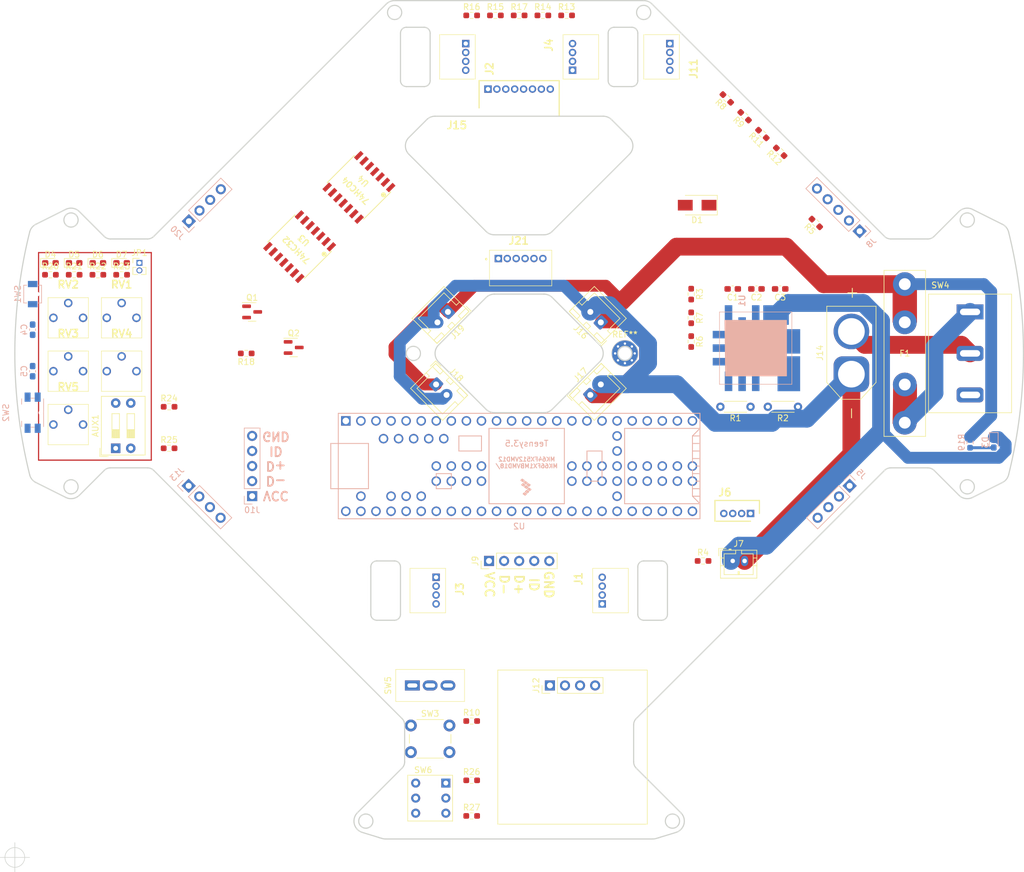
<source format=kicad_pcb>
(kicad_pcb (version 20211014) (generator pcbnew)
  (layers (0 "F.Cu" signal) (31 "B.Cu" signal) (34 "B.Paste" user) (35 "F.Paste" user) (36 "B.SilkS" user "B.Silkscreen") (37 "F.SilkS" user "F.Silkscreen") (38 "B.Mask" user) (39 "F.Mask" user) (44 "Edge.Cuts" user))
  (net 0 "")
  (net 1 "GND")
  (net 2 "/AUX1/3")
  (net 3 "/AUX1/4")
  (net 4 "Net-(C5-Pad2)")
  (net 5 "Net-(D1-Pad1)")
  (net 6 "+5V")
  (net 7 "Net-(D2-Pad2)")
  (net 8 "Net-(D6-Pad2)")
  (net 9 "Net-(D7-Pad2)")
  (net 10 "Net-(D3-Pad2)")
  (net 11 "Net-(D4-Pad1)")
  (net 12 "Net-(D4-Pad2)")
  (net 13 "+15V")
  (net 14 "Net-(F1-Pad2)")
  (net 15 "Net-(J1-Pad2)")
  (net 16 "Net-(J3-Pad1)")
  (net 17 "Net-(D5-Pad2)")
  (net 18 "Net-(J6-Pad1)")
  (net 19 "Net-(J1-Pad1)")
  (net 20 "Net-(J1-Pad4)")
  (net 21 "Net-(J2-Pad2)")
  (net 22 "Net-(J2-Pad4)")
  (net 23 "Net-(J3-Pad2)")
  (net 24 "Net-(J8-Pad1)")
  (net 25 "Net-(J8-Pad2)")
  (net 26 "Net-(J8-Pad4)")
  (net 27 "Net-(J3-Pad4)")
  (net 28 "Net-(J4-Pad1)")
  (net 29 "Net-(J4-Pad2)")
  (net 30 "Net-(J10-Pad1)")
  (net 31 "Net-(J10-Pad3)")
  (net 32 "Net-(J11-Pad1)")
  (net 33 "Net-(J4-Pad4)")
  (net 34 "Net-(J11-Pad3)")
  (net 35 "Net-(J5-Pad1)")
  (net 36 "Net-(J5-Pad3)")
  (net 37 "+3V3")
  (net 38 "Net-(J6-Pad3)")
  (net 39 "Net-(J10-Pad2)")
  (net 40 "Net-(J13-Pad1)")
  (net 41 "Net-(J13-Pad3)")
  (net 42 "Net-(J10-Pad4)")
  (net 43 "Net-(J10-Pad5)")
  (net 44 "Net-(J14-Pad2)")
  (net 45 "Net-(J15-Pad1)")
  (net 46 "Net-(J15-Pad2)")
  (net 47 "Net-(J15-Pad3)")
  (net 48 "Net-(J15-Pad5)")
  (net 49 "Net-(J15-Pad6)")
  (net 50 "Net-(J21-Pad1)")
  (net 51 "Net-(J21-Pad2)")
  (net 52 "Net-(J21-Pad3)")
  (net 53 "Net-(Q1-Pad1)")
  (net 54 "Net-(J21-Pad4)")
  (net 55 "Net-(J21-Pad5)")
  (net 56 "Net-(J21-Pad6)")
  (net 57 "PROG")
  (net 58 "/Switch/SW_GOAL")
  (net 59 "Net-(R1-Pad1)")
  (net 60 "/Switch/SW_START")
  (net 61 "Net-(R1-Pad2)")
  (net 67 "Net-(R4-Pad1)")
  (net 68 "Net-(R5-Pad1)")
  (net 69 "Net-(R13-Pad1)")
  (net 70 "Net-(R14-Pad1)")
  (net 71 "Net-(R16-Pad1)")
  (net 72 "Net-(R17-Pad1)")
  (net 73 "Net-(J15-Pad4)")
  (net 74 "Net-(R26-Pad2)")
  (net 79 "Net-(R15-Pad1)")
  (net 82 "Net-(U2-Pad16)")
  (net 83 "Net-(U2-Pad17)")
  (net 84 "Net-(U2-Pad18)")
  (net 85 "Net-(U2-Pad19)")
  (net 86 "Net-(U2-Pad20)")
  (net 87 "Net-(U2-Pad21)")
  (net 88 "Vbatt")
  (net 97 "/Switch/SW_led_R")
  (net 98 "/Switch/SW_led_G")
  (net 99 "/LED/LED4")
  (net 100 "/LED/LED3")
  (net 101 "/LED/LED2")
  (net 102 "/LED/LED1")
  (net 119 "Net-(U3-Pad11)")
  (net 120 "Net-(U3-Pad12)")
  (net 121 "Net-(J2-Pad1)")
  (net 122 "Net-(U3-Pad13)")
  (net 124 "Net-(Q1-Pad3)")
  (net 125 "Net-(R27-Pad2)")
  (footprint "Resistor_SMD:R_0603_1608Metric_Pad0.98x0.95mm_HandSolder" (layer "F.Cu") (at 64 76.735)
    (fp_text reference "R22")
    (fp_text value "120")
  )
  (footprint "0.main.robot:LED_SMLE13WBC8W1" (layer "F.Cu") (at 60 74.735)
    (fp_text reference "D5")
    (fp_text value "LED2_G")
  )
  (footprint "Package_TO_SOT_SMD:SOT-23" (layer "F.Cu") (at 90 83)
    (fp_text reference "Q1")
    (fp_text value "AO3400A")
  )
  (footprint "Resistor_THT:R_Axial_DIN0204_L3.6mm_D1.6mm_P5.08mm_Horizontal" (layer "F.Cu") (at 182 99 180)
    (fp_text reference "R2")
    (fp_text value "330")
  )
  (footprint "Diode_SMD:D_SMA" (layer "F.Cu") (at 165 65 180)
    (fp_text reference "D1")
    (fp_text value "SX34F")
  )
  (footprint "0.main.robot:JSTS8B-ZRLFSN" (layer "F.Cu") (at 129.75 48.6)
    (fp_text reference "J15")
    (fp_text value "LINE" hide)
  )
  (footprint "0.main.robot:OLED" (layer "F.Cu") (at 144 146)
    (fp_text reference "J12")
    (fp_text value "I2C_OLED")
  )
  (footprint "0.main.robot:LED_SMLE13WBC8W1" (layer "F.Cu") (at 56 74.735)
    (fp_text reference "D4")
    (fp_text value "LED1_R")
  )
  (footprint "Button_Switch_THT:SW_DIP_SPSTx02_Slide_9.78x7.26mm_W7.62mm_P2.54mm" (layer "F.Cu") (at 67 106 90)
    (fp_text reference "AUX1")
    (fp_text value "SW_DIP_x02")
  )
  (footprint "Resistor_SMD:R_0603_1608Metric_Pad0.98x0.95mm_HandSolder" (layer "F.Cu") (at 76 99)
    (fp_text reference "R24")
    (fp_text value "47k")
  )
  (footprint "Package_TO_SOT_SMD:SOT-23" (layer "F.Cu") (at 97 89)
    (fp_text reference "Q2")
    (fp_text value "AO3401A")
  )
  (footprint "Resistor_SMD:R_0603_1608Metric_Pad0.98x0.95mm_HandSolder" (layer "F.Cu") (at 164 88 -90)
    (fp_text reference "R6")
    (fp_text value "47k")
  )
  (footprint "Resistor_SMD:R_0603_1608Metric_Pad0.98x0.95mm_HandSolder" (layer "F.Cu") (at 76 106)
    (fp_text reference "R25")
    (fp_text value "47k")
  )
  (footprint "Resistor_SMD:R_0603_1608Metric_Pad0.98x0.95mm_HandSolder" (layer "F.Cu") (at 131 33)
    (fp_text reference "R15")
    (fp_text value "10k")
  )
  (footprint "Resistor_SMD:R_0603_1608Metric_Pad0.98x0.95mm_HandSolder" (layer "F.Cu") (at 173 50 135)
    (fp_text reference "R9")
    (fp_text value "47k")
  )
  (footprint "0.main.robot:MFS101D-14-Z" (layer "F.Cu") (at 120 146 90)
    (fp_text reference "SW5")
    (fp_text value "GOAL")
  )
  (footprint "0.main.robot:Trim-GF063P" (layer "F.Cu") (at 59 84)
    (fp_text reference "RV2")
    (fp_text value "20K" hide)
  )
  (footprint "Resistor_SMD:R_0603_1608Metric_Pad0.98x0.95mm_HandSolder" (layer "F.Cu") (at 176 53 135)
    (fp_text reference "R11")
    (fp_text value "10k")
  )
  (footprint "Resistor_SMD:R_0603_1608Metric_Pad0.98x0.95mm_HandSolder" (layer "F.Cu") (at 127 162)
    (fp_text reference "R26")
    (fp_text value "470")
  )
  (footprint "Connector_JST:JST_XH_B2B-XH-A_1x02_P2.50mm_Vertical" (layer "F.Cu") (at 121 95.2322 -45)
    (fp_text reference "J18")
    (fp_text value "MD3")
  )
  (footprint "Capacitor_SMD:C_0603_1608Metric_Pad1.08x0.95mm_HandSolder" (layer "F.Cu") (at 175 79.125 180)
    (fp_text reference "C2")
    (fp_text value "10u")
  )
  (footprint "Connector_JST:JST_XH_B2B-XH-A_1x02_P2.50mm_Vertical" (layer "F.Cu") (at 147 97 45)
    (fp_text reference "J17")
    (fp_text value "MD2")
  )
  (footprint "Connector_JST:JST_XH_B2B-XH-A_1x02_P2.50mm_Vertical" (layer "F.Cu") (at 123 83 -135)
    (fp_text reference "J19")
    (fp_text value "MD4")
  )
  (footprint "0.main.robot:JSTB4B-ZR" (layer "F.Cu") (at 174 117)
    (fp_text reference "J6")
    (fp_text value "Serial3/Vision" hide)
  )
  (footprint "0.main.robot:SOP14W" (layer "F.Cu") (at 98 72 135)
    (fp_text reference "U3")
    (fp_text value "74HC32")
  )
  (footprint "0.main.robot:FUSE_20mm" (layer "F.Cu") (at 200 90)
    (fp_text reference "F1")
    (fp_text value "Fuse 15A")
  )
  (footprint "Connector_PinHeader_1.27mm:PinHeader_1x02_P1.27mm_Vertical" (layer "F.Cu") (at 71 74.735)
    (fp_text reference "JP1")
    (fp_text value "Jumper_2_Bridged")
  )
  (footprint "Connector_JST:JST_PH_B2B-PH-K_1x02_P2.00mm_Vertical" (layer "F.Cu") (at 171 125)
    (fp_text reference "J7")
    (fp_text value "raspi-power")
  )
  (footprint "Resistor_SMD:R_0603_1608Metric_Pad0.98x0.95mm_HandSolder" (layer "F.Cu") (at 127 152)
    (fp_text reference "R10")
    (fp_text value "47k")
  )
  (footprint "0.main.robot:SW_SPST_POWER" (layer "F.Cu") (at 211 90)
    (fp_text reference "SW4")
    (fp_text value "SW_SPST")
  )
  (footprint "0.main.robot:JSTS4B-ZRLFSN" (layer "F.Cu") (at 126 40 -90)
    (fp_text reference "J2")
    (fp_text value "MD4" hide)
  )
  (footprint "Capacitor_SMD:C_0603_1608Metric_Pad1.08x0.95mm_HandSolder" (layer "F.Cu") (at 171 79.125 180)
    (fp_text reference "C1")
    (fp_text value "10u")
  )
  (footprint "0.main.robot:Trim-GF063P" (layer "F.Cu") (at 68 93)
    (fp_text reference "RV4")
    (fp_text value "20K" hide)
  )
  (footprint "Resistor_SMD:R_0603_1608Metric_Pad0.98x0.95mm_HandSolder" (layer "F.Cu") (at 179 56 135)
    (fp_text reference "R12")
    (fp_text value "10k")
  )
  (footprint "0.main.robot:LED_SMLE13WBC8W1" (layer "F.Cu") (at 175 89.125 90)
    (fp_text reference "D2")
    (fp_text value "LED")
  )
  (footprint "Resistor_SMD:R_0603_1608Metric_Pad0.98x0.95mm_HandSolder" (layer "F.Cu") (at 127 168)
    (fp_text reference "R27")
    (fp_text value "470")
  )
  (footprint "Resistor_THT:R_Axial_DIN0204_L3.6mm_D1.6mm_P5.08mm_Horizontal" (layer "F.Cu") (at 174 99 180)
    (fp_text reference "R1")
    (fp_text value "1k")
  )
  (footprint "Button_Switch_THT:SW_PUSH_6mm" (layer "F.Cu") (at 116.75 152.75)
    (fp_text reference "SW3")
    (fp_text value "SET")
  )
  (footprint "0.main.robot:AMASS_XT60-M_1x02_P7.20mm_Vertical" (layer "F.Cu") (at 191 93.5 90)
    (fp_text reference "J14")
    (fp_text value "Power IN")
  )
  (footprint "0.main.robot:SOP14W" (layer "F.Cu") (at 108 62 135)
    (fp_text reference "U4")
    (fp_text value "74HC04")
  )
  (footprint "0.main.robot:JSTS4B-ZRLFSN" (layer "F.Cu") (at 121 130 -90)
    (fp_text reference "J3")
    (fp_text value "MD3" hide)
  )
  (footprint "0.main.robot:LED_SMLE13WBC8W1" (layer "F.Cu") (at 68 74.735)
    (fp_text reference "D7")
    (fp_text value "LED4_B")
  )
  (footprint "0.main.robot:LED_SMLE13WBC8W1" (layer "F.Cu") (at 64 74.735)
    (fp_text reference "D6")
    (fp_text value "LED3_Y")
  )
  (footprint "Resistor_SMD:R_0603_1608Metric_Pad0.98x0.95mm_HandSolder" (layer "F.Cu") (at 185 68 135)
    (fp_text reference "R5")
    (fp_text value "10k")
  )
  (footprint "Resistor_SMD:R_0603_1608Metric_Pad0.98x0.95mm_HandSolder" (layer "F.Cu") (at 56 76.735)
    (fp_text reference "R20")
    (fp_text value "120")
  )
  (footprint "0.main.robot:Trim-GF063P" (layer "F.Cu") (at 68 84)
    (fp_text reference "RV1")
    (fp_text value "20K" hide)
  )
  (footprint "0.main.robot:Trim-GF063P" (layer "F.Cu") (at 59 93)
    (fp_text reference "RV3")
    (fp_text value "20K" hide)
  )
  (footprint "MountingHole:MountingHole_2.2mm_M2_Pad_Via" (layer "F.Cu") (at 152.83 90)
    (fp_text reference "REF**")
    (fp_text value "MountingHole_2.2mm_M2_Pad_Via")
  )
  (footprint "Connector_PinHeader_2.54mm:PinHeader_1x05_P2.54mm_Vertical" (layer "F.Cu") (at 129.925 125 90)
    (fp_text reference "J9")
    (fp_text value "micro-b_out")
  )
  (footprint "Resistor_SMD:R_0603_1608Metric_Pad0.98x0.95mm_HandSolder" (layer "F.Cu") (at 164 84 -90)
    (fp_text reference "R7")
    (fp_text value "10k")
  )
  (footprint "0.main.robot:SW_NKK_B-12CCPRM" (layer "F.Cu") (at 117.565 162.46)
    (fp_text reference "SW6")
    (fp_text value "START")
  )
  (footprint "Resistor_SMD:R_0603_1608Metric_Pad0.98x0.95mm_HandSolder" (layer "F.Cu") (at 143 33)
    (fp_text reference "R13")
    (fp_text value "10k")
  )
  (footprint "Resistor_SMD:R_0603_1608Metric_Pad0.98x0.95mm_HandSolder" (layer "F.Cu") (at 139 33)
    (fp_text reference "R14")
    (fp_text value "10k")
  )
  (footprint "Resistor_SMD:R_0603_1608Metric_Pad0.98x0.95mm_HandSolder" (layer "F.Cu") (at 127 33)
    (fp_text reference "R16")
    (fp_text value "10k")
  )
  (footprint "Resistor_SMD:R_0603_1608Metric_Pad0.98x0.95mm_HandSolder" (layer "F.Cu") (at 166 125)
    (fp_text reference "R4")
    (fp_text value "10k")
  )
  (footprint "Resistor_SMD:R_0603_1608Metric_Pad0.98x0.95mm_HandSolder" (layer "F.Cu") (at 89 90 180)
    (fp_text reference "R18")
    (fp_text value "10k")
  )
  (footprint "Connector_JST:JST_XH_B2B-XH-A_1x02_P2.50mm_Vertical" (layer "F.Cu") (at 148.767767 84.767767 135)
    (fp_text reference "J16")
    (fp_text value "MD1")
  )
  (footprint "0.main.robot:Trim-GF063P" (layer "F.Cu") (at 59 102)
    (fp_text reference "RV5")
    (fp_text value "20K" hide)
  )
  (footprint "Resistor_SMD:R_0603_1608Metric_Pad0.98x0.95mm_HandSolder" (layer "F.Cu") (at 170 47 135)
    (fp_text reference "R8")
    (fp_text value "47k")
  )
  (footprint "0.main.robot:JSTS4B-ZRLFSN" (layer "F.Cu") (at 160.4 40 -90)
    (fp_text reference "J11")
    (fp_text value "I2C_ToF" hide)
  )
  (footprint "Resistor_SMD:R_0603_1608Metric_Pad0.98x0.95mm_HandSolder" (layer "F.Cu") (at 135 33)
    (fp_text reference "R17")
    (fp_text value "10k")
  )
  (footprint "Capacitor_SMD:C_0603_1608Metric_Pad1.08x0.95mm_HandSolder" (layer "F.Cu") (at 179 79.125 180)
    (fp_text reference "C3")
    (fp_text value "10u")
  )
  (footprint "0.main.robot:JSTS4B-ZRLFSN" (layer "F.Cu") (at 144 40 90)
    (fp_text reference "J4")
    (fp_text value "MD1" hide)
  )
  (footprint "0.main.robot:JSTS6B-ZRLFSN" (layer "F.Cu") (at 131.5 74)
    (fp_text reference "J21")
    (fp_text value "Trimmer" hide)
  )
  (footprint "Resistor_SMD:R_0603_1608Metric_Pad0.98x0.95mm_HandSolder" (layer "F.Cu") (at 164 80 -90)
    (fp_text reference "R3")
    (fp_text value "470")
  )
  (footprint "Resistor_SMD:R_0603_1608Metric_Pad0.98x0.95mm_HandSolder" (layer "F.Cu") (at 60 76.735)
    (fp_text reference "R21")
    (fp_text value "120")
  )
  (footprint "Resistor_SMD:R_0603_1608Metric_Pad0.98x0.95mm_HandSolder" (layer "F.Cu") (at 68 76.735)
    (fp_text reference "R23")
    (fp_text value "120")
  )
  (footprint "0.main.robot:JSTS4B-ZRLFSN" (layer "F.Cu") (at 149 130 90)
    (fp_text reference "J1")
    (fp_text value "MD2" hide)
  )
  (footprint "Connector_PinSocket_2.54mm:PinSocket_1x04_P2.54mm_Vertical" (layer "B.Cu") (at 79.2953 112.3307 -135)
    (fp_text reference "J13")
    (fp_text value "drib-kick")
  )
  (footprint "Capacitor_SMD:C_0603_1608Metric_Pad1.08x0.95mm_HandSolder" (layer "B.Cu") (at 53 86 -90)
    (fp_text reference "C4")
    (fp_text value "0.1u")
  )
  (footprint "Capacitor_SMD:C_0603_1608Metric_Pad1.08x0.95mm_HandSolder" (layer "B.Cu") (at 53 93 -90)
    (fp_text reference "C5")
    (fp_text value "0.1u")
  )
  (footprint "Connector_PinHeader_2.54mm:PinHeader_1x05_P2.54mm_Vertical" (layer "B.Cu") (at 90 114.075)
    (fp_text reference "J10")
    (fp_text value "micro-b_in")
  )
  (footprint "0.main.robot:THAU13-AB-R" (layer "B.Cu") (at 53 100 -90)
    (fp_text reference "SW2")
    (fp_text value "Reset")
  )
  (footprint "0.main.robot:Teensy35_36_x" (layer "B.Cu") (at 135 109)
    (fp_text reference "U2")
    (fp_text value "Teensy3.5")
  )
  (footprint "Resistor_SMD:R_0603_1608Metric_Pad0.98x0.95mm_HandSolder" (layer "B.Cu") (at 211 105 -90)
    (fp_text reference "R19")
    (fp_text value "3k")
  )
  (footprint "0.main.robot:TVAF06-A020B-R" (layer "B.Cu") (at 53 80 -90)
    (fp_text reference "SW1")
    (fp_text value "PROG")
  )
  (footprint "Connector_PinSocket_2.54mm:PinSocket_1x04_P2.54mm_Vertical" (layer "B.Cu") (at 190.7047 112.3307 135)
    (fp_text reference "J5")
    (fp_text value "XBee")
  )
  (footprint "Connector_PinSocket_2.54mm:PinSocket_1x05_P2.54mm_Vertical" (layer "B.Cu") (at 192.3882 69.3882 45)
    (fp_text reference "J8")
    (fp_text value "Serial2/IMU")
  )
  (footprint "0.main.robot:LED_SMLE13WBC8W1" (layer "B.Cu") (at 215 105 -90)
    (fp_text reference "D3")
    (fp_text value "LED")
  )
  (footprint "Connector_PinSocket_2.54mm:PinSocket_1x04_P2.54mm_Vertical" (layer "B.Cu") (at 79.3307 67.7047 -45)
    (fp_text reference "J20")
    (fp_text value "Drib-Kick")
  )
  (footprint "0.main.robot:OKL-T3-W12N-C" (layer "B.Cu") (at 168.773 83.018 90)
    (fp_text reference "U1")
    (fp_text value "OKL-T_3-W12N-C" hide)
  )
  (gr_line (start 54 73) (end 73 73) (layer "F.Cu") (width 0.2))
  (gr_line (start 73 73) (end 73 108) (layer "F.Cu") (width 0.2))
  (gr_line (start 54 108) (end 54 73) (layer "F.Cu") (width 0.2))
  (gr_line (start 73 108) (end 54 108) (layer "F.Cu") (width 0.2))
  (gr_arc (start 204.942913 70.26167) (mid 204.456278 70.58683) (end 203.882252 70.701011) (layer "Edge.Cuts") (width 0.2))
  (gr_line (start 153.585788 53.585786) (end 150.585788 50.585786) (layer "Edge.Cuts") (width 0.2))
  (gr_arc (start 211.425723 114.287139) (mid 210.210932 114.47246) (end 209.117083 113.912499) (layer "Edge.Cuts") (width 0.2))
  (gr_line (start 111.232935 171.596663) (end 108.535674 170.775239) (layer "Edge.Cuts") (width 0.2))
  (gr_line (start 110.000001 126.000001) (end 110.000001 134.000001) (layer "Edge.Cuts") (width 0.2))
  (gr_line (start 188.930719 62.613437) (end 196.578952 70.26167) (layer "Edge.Cuts") (width 0.2))
  (gr_line (start 162.386564 143.930717) (end 154.738331 151.57895) (layer "Edge.Cuts") (width 0.2))
  (gr_line (start 53.547495 68.226252) (end 58.57428 65.71286) (layer "Edge.Cuts") (width 0.2))
  (gr_line (start 60.88292 66.087501) (end 65.05709 70.26167) (layer "Edge.Cuts") (width 0.2))
  (gr_line (start 116.414214 56.414213) (end 129.414214 69.414213) (layer "Edge.Cuts") (width 0.2))
  (gr_arc (start 153.585788 53.585786) (mid 154.171574 55) (end 153.585788 56.414213) (layer "Edge.Cuts") (width 0.2))
  (gr_arc (start 119.414214 50.585786) (mid 120.063061 50.15224) (end 120.828428 49.999999) (layer "Edge.Cuts") (width 0.2))
  (gr_arc (start 140.585788 69.414213) (mid 139.936941 69.847759) (end 139.171574 70) (layer "Edge.Cuts") (width 0.2))
  (gr_arc (start 112.596937 31.085786) (mid 113.245783 30.65224) (end 114.01115 30.499999) (layer "Edge.Cuts") (width 0.2))
  (gr_arc (start 66.117751 70.70101) (mid 65.543726 70.586829) (end 65.05709 70.26167) (layer "Edge.Cuts") (width 0.2))
  (gr_line (start 157.403066 31.085786) (end 162.386563 36.069283) (layer "Edge.Cuts") (width 0.2))
  (gr_arc (start 58.57428 65.71286) (mid 59.789071 65.52754) (end 60.88292 66.087501) (layer "Edge.Cuts") (width 0.2))
  (gr_line (start 154.298991 152.63961) (end 154.298991 158.88225) (layer "Edge.Cuts") (width 0.2))
  (gr_line (start 160.000001 134.000001) (end 160.000001 126.000001) (layer "Edge.Cuts") (width 0.2))
  (gr_line (start 66.117751 70.70101) (end 72.360391 70.70101) (layer "Edge.Cuts") (width 0.2))
  (gr_arc (start 154.738331 159.942911) (mid 154.413172 159.456276) (end 154.298991 158.88225) (layer "Edge.Cuts") (width 0.2))
  (gr_arc (start 120.000001 43.999999) (mid 119.707108 44.707106) (end 119.000001 44.999999) (layer "Edge.Cuts") (width 0.2))
  (gr_circle (center 109.158364 168.874645) (end 110.358364 168.874645) (layer "Edge.Cuts") (width 0.2) (fill none))
  (gr_line (start 148.585788 88.585786) (end 140.585788 80.585786) (layer "Edge.Cuts") (width 0.2))
  (gr_arc (start 155.000001 43.999999) (mid 154.707108 44.707106) (end 154.000001 44.999999) (layer "Edge.Cuts") (width 0.2))
  (gr_arc (start 121.414214 91.414214) (mid 120.828428 90) (end 121.414214 88.585786) (layer "Edge.Cuts") (width 0.2))
  (gr_line (start 72.360391 109.298989) (end 66.117751 109.298989) (layer "Edge.Cuts") (width 0.2))
  (gr_circle (center 155.988852 32.499999) (end 157.188852 32.499999) (layer "Edge.Cuts") (width 0.2) (fill none))
  (gr_line (start 155.000001 126.000001) (end 155.000001 134.000001) (layer "Edge.Cuts") (width 0.2))
  (gr_arc (start 156.000001 135.000001) (mid 155.292895 134.707107) (end 155.000001 134.000001) (layer "Edge.Cuts") (width 0.2))
  (gr_circle (center 59.468707 67.501714) (end 60.668707 67.501714) (layer "Edge.Cuts") (width 0.2) (fill none))
  (gr_line (start 115.000001 134.000001) (end 115.000001 126.000001) (layer "Edge.Cuts") (width 0.2))
  (gr_arc (start 217.499238 110.466457) (mid 217.119293 111.234938) (end 216.452507 111.773748) (layer "Edge.Cuts") (width 0.2))
  (gr_line (start 162.386563 36.069283) (end 188.930719 62.613437) (layer "Edge.Cuts") (width 0.2))
  (gr_line (start 58.57428 114.28714) (end 53.547495 111.773748) (layer "Edge.Cuts") (width 0.2))
  (gr_line (start 129.414214 80.585786) (end 121.414214 88.585786) (layer "Edge.Cuts") (width 0.2))
  (gr_line (start 111.949187 171.814791) (end 111.445784 171.671285) (layer "Edge.Cuts") (width 0.2))
  (gr_circle (center 114.01115 32.499999) (end 115.21115 32.499999) (layer "Edge.Cuts") (width 0.2) (fill none))
  (gr_line (start 81.069284 62.613438) (end 107.613439 36.069283) (layer "Edge.Cuts") (width 0.2))
  (gr_line (start 114.000001 125.000001) (end 111.000001 125.000001) (layer "Edge.Cuts") (width 0.2))
  (gr_line (start 114.01115 30.499999) (end 155.988852 30.499999) (layer "Edge.Cuts") (width 0.2))
  (gr_line (start 107.61344 143.930717) (end 81.069284 117.386562) (layer "Edge.Cuts") (width 0.2))
  (gr_arc (start 111.000001 135.000001) (mid 110.292895 134.707107) (end 110.000001 134.000001) (layer "Edge.Cuts") (width 0.2))
  (gr_line (start 154.738331 159.942911) (end 162.255852 167.460432) (layer "Edge.Cuts") (width 0.2))
  (gr_line (start 204.942913 70.26167) (end 209.117082 66.0875) (layer "Edge.Cuts") (width 0.2))
  (gr_arc (start 130.828428 100) (mid 130.063061 99.847759) (end 129.414214 99.414214) (layer "Edge.Cuts") (width 0.2))
  (gr_arc (start 154.000001 34.999999) (mid 154.707108 35.292892) (end 155.000001 35.999999) (layer "Edge.Cuts") (width 0.2))
  (gr_circle (center 117.171574 90) (end 118.371574 90) (layer "Edge.Cuts") (width 0.2) (fill none))
  (gr_arc (start 217.499238 69.533543) (mid 220.000001 90) (end 217.499238 110.466457) (layer "Edge.Cuts") (width 0.2))
  (gr_line (start 209.117083 113.912499) (end 204.942913 109.73833) (layer "Edge.Cuts") (width 0.2))
  (gr_arc (start 115.000001 134.000001) (mid 114.707107 134.707107) (end 114.000001 135.000001) (layer "Edge.Cuts") (width 0.2))
  (gr_line (start 121.414214 91.414214) (end 129.414214 99.414214) (layer "Edge.Cuts") (width 0.2))
  (gr_line (start 115.000001 35.999999) (end 115.000001 43.999999) (layer "Edge.Cuts") (width 0.2))
  (gr_arc (start 112.491559 171.889737) (mid 112.217796 171.870912) (end 111.949187 171.814791) (layer "Edge.Cuts") (width 0.2))
  (gr_arc (start 154.298991 152.63961) (mid 154.413172 152.065585) (end 154.738331 151.57895) (layer "Edge.Cuts") (width 0.2))
  (gr_line (start 157.508443 171.889737) (end 112.491559 171.889737) (layer "Edge.Cuts") (width 0.2))
  (gr_arc (start 115.000001 35.999999) (mid 115.292894 35.292892) (end 116.000001 34.999999) (layer "Edge.Cuts") (width 0.2))
  (gr_arc (start 196.578952 109.738329) (mid 197.065587 109.41317) (end 197.639612 109.298989) (layer "Edge.Cuts") (width 0.2))
  (gr_arc (start 116.414214 56.414213) (mid 115.828428 55) (end 116.414214 53.585786) (layer "Edge.Cuts") (width 0.2))
  (gr_arc (start 197.639612 70.70101) (mid 197.065587 70.586829) (end 196.578952 70.26167) (layer "Edge.Cuts") (width 0.2))
  (gr_arc (start 60.882921 113.912499) (mid 59.789072 114.472461) (end 58.57428 114.28714) (layer "Edge.Cuts") (width 0.2))
  (gr_arc (start 149.171574 49.999999) (mid 149.936941 50.15224) (end 150.585788 50.585786) (layer "Edge.Cuts") (width 0.2))
  (gr_arc (start 110.000001 126.000001) (mid 110.292894 125.292894) (end 111.000001 125.000001) (layer "Edge.Cuts") (width 0.2))
  (gr_arc (start 52.500764 69.533543) (mid 52.880709 68.765062) (end 53.547495 68.226252) (layer "Edge.Cuts") (width 0.2))
  (gr_arc (start 140.585788 99.414214) (mid 139.936941 99.847759) (end 139.171574 100) (layer "Edge.Cuts") (width 0.2))
  (gr_arc (start 53.547495 111.773748) (mid 52.880709 111.234938) (end 52.500764 110.466457) (layer "Edge.Cuts") (width 0.2))
  (gr_arc (start 160.000001 134.000001) (mid 159.707107 134.707107) (end 159.000001 135.000001) (layer "Edge.Cuts") (width 0.2))
  (gr_circle (center 152.828428 90) (end 150.6 90) (layer "Edge.Cuts") (width 0.1) (fill none))
  (gr_arc (start 151.000001 44.999999) (mid 150.292894 44.707106) (end 150.000001 43.999999) (layer "Edge.Cuts") (width 0.2))
  (gr_arc (start 158.050815 171.814791) (mid 157.782206 171.870912) (end 157.508443 171.889737) (layer "Edge.Cuts") (width 0.2))
  (gr_arc (start 158.767064 171.596664) (mid 158.661694 171.636977) (end 158.554218 171.671285) (layer "Edge.Cuts") (width 0.2))
  (gr_arc (start 162.255852 167.460432) (mid 162.786948 169.339154) (end 161.464329 170.775238) (layer "Edge.Cuts") (width 0.2))
  (gr_arc (start 129.414214 80.585786) (mid 130.063061 80.152241) (end 130.828428 80) (layer "Edge.Cuts") (width 0.2))
  (gr_arc (start 72.360391 109.298989) (mid 72.934416 109.41317) (end 73.421051 109.738329) (layer "Edge.Cuts") (width 0.2))
  (gr_arc (start 209.117082 66.0875) (mid 210.210932 65.527539) (end 211.425724 65.712859) (layer "Edge.Cuts") (width 0.2))
  (gr_line (start 140.585788 69.414213) (end 153.585788 56.414213) (layer "Edge.Cuts") (width 0.2))
  (gr_line (start 156.000001 135.000001) (end 159.000001 135.000001) (layer "Edge.Cuts") (width 0.2))
  (gr_line (start 107.613439 36.069283) (end 112.596937 31.085786) (layer "Edge.Cuts") (width 0.2))
  (gr_circle (center 160.841639 168.874645) (end 162.041639 168.874645) (layer "Edge.Cuts") (width 0.2) (fill none))
  (gr_line (start 139.171574 80) (end 130.828428 80) (layer "Edge.Cuts") (width 0.2))
  (gr_arc (start 115.261672 151.57895) (mid 115.586831 152.065585) (end 115.701012 152.63961) (layer "Edge.Cuts") (width 0.2))
  (gr_line (start 111.000001 135.000001) (end 114.000001 135.000001) (layer "Edge.Cuts") (width 0.2))
  (gr_line (start 196.578952 109.738329) (end 188.930719 117.386561) (layer "Edge.Cuts") (width 0.2))
  (gr_arc (start 108.535674 170.775239) (mid 107.213054 169.339155) (end 107.74415 167.460432) (layer "Edge.Cuts") (width 0.2))
  (gr_arc (start 159.000001 125.000001) (mid 159.707108 125.292894) (end 160.000001 126.000001) (layer "Edge.Cuts") (width 0.2))
  (gr_line (start 116.000001 44.999999) (end 119.000001 44.999999) (layer "Edge.Cuts") (width 0.2))
  (gr_line (start 130.828428 100) (end 139.171574 100) (layer "Edge.Cuts") (width 0.2))
  (gr_line (start 161.464329 170.775238) (end 158.767064 171.596664) (layer "Edge.Cuts") (width 0.2))
  (gr_line (start 188.930719 117.386561) (end 162.386564 143.930717) (layer "Edge.Cuts") (width 0.2))
  (gr_line (start 81.069284 117.386562) (end 73.421051 109.738329) (layer "Edge.Cuts") (width 0.2))
  (gr_line (start 158.554218 171.671285) (end 158.050815 171.814791) (layer "Edge.Cuts") (width 0.2))
  (gr_line (start 211.425724 65.712859) (end 216.452507 68.226252) (layer "Edge.Cuts") (width 0.2))
  (gr_line (start 151.000001 44.999999) (end 154.000001 44.999999) (layer "Edge.Cuts") (width 0.2))
  (gr_arc (start 155.988852 30.499999) (mid 156.754219 30.65224) (end 157.403066 31.085786) (layer "Edge.Cuts") (width 0.2))
  (gr_arc (start 216.452507 68.226252) (mid 217.119293 68.765062) (end 217.499238 69.533543) (layer "Edge.Cuts") (width 0.2))
  (gr_arc (start 73.421051 70.26167) (mid 72.934416 70.586829) (end 72.360391 70.70101) (layer "Edge.Cuts") (width 0.2))
  (gr_circle (center 210.531296 112.498285) (end 211.731296 112.498285) (layer "Edge.Cuts") (width 0.2) (fill none))
  (gr_line (start 65.05709 109.738329) (end 60.882921 113.912499) (layer "Edge.Cuts") (width 0.2))
  (gr_line (start 140.585788 99.414214) (end 148.585788 91.414214) (layer "Edge.Cuts") (width 0.2))
  (gr_arc (start 111.445784 171.671285) (mid 111.338307 171.636977) (end 111.232935 171.596663) (layer "Edge.Cuts") (width 0.2))
  (gr_circle (center 210.531296 67.501714) (end 211.731296 67.501714) (layer "Edge.Cuts") (width 0.2) (fill none))
  (gr_line (start 119.000001 34.999999) (end 116.000001 34.999999) (layer "Edge.Cuts") (width 0.2))
  (gr_line (start 130.828428 70) (end 139.171574 70) (layer "Edge.Cuts") (width 0.2))
  (gr_arc (start 203.882252 109.298989) (mid 204.456278 109.41317) (end 204.942913 109.73833) (layer "Edge.Cuts") (width 0.2))
  (gr_arc (start 150.000001 35.999999) (mid 150.292894 35.292892) (end 151.000001 34.999999) (layer "Edge.Cuts") (width 0.2))
  (gr_line (start 154.000001 34.999999) (end 151.000001 34.999999) (layer "Edge.Cuts") (width 0.2))
  (gr_line (start 150.000001 35.999999) (end 150.000001 43.999999) (layer "Edge.Cuts") (width 0.2))
  (gr_line (start 107.74415 167.460432) (end 115.261672 159.942911) (layer "Edge.Cuts") (width 0.2))
  (gr_line (start 197.639612 70.70101) (end 203.882252 70.701011) (layer "Edge.Cuts") (width 0.2))
  (gr_line (start 73.421051 70.26167) (end 81.069284 62.613438) (layer "Edge.Cuts") (width 0.2))
  (gr_line (start 119.414214 50.585786) (end 116.414214 53.585786) (layer "Edge.Cuts") (width 0.2))
  (gr_line (start 159.000001 125.000001) (end 156.000001 125.000001) (layer "Edge.Cuts") (width 0.2))
  (gr_arc (start 139.171574 80) (mid 139.936941 80.152241) (end 140.585788 80.585786) (layer "Edge.Cuts") (width 0.2))
  (gr_arc (start 155.000001 126.000001) (mid 155.292895 125.292895) (end 156.000001 125.000001) (layer "Edge.Cuts") (width 0.2))
  (gr_arc (start 115.701012 158.88225) (mid 115.586831 159.456276) (end 115.261672 159.942911) (layer "Edge.Cuts") (width 0.2))
  (gr_line (start 115.261672 151.57895) (end 107.61344 143.930717) (layer "Edge.Cuts") (width 0.2))
  (gr_line (start 115.701012 158.88225) (end 115.701012 152.63961) (layer "Edge.Cuts") (width 0.2))
  (gr_line (start 120.000001 43.999999) (end 120.000001 35.999999) (layer "Edge.Cuts") (width 0.2))
  (gr_arc (start 65.05709 109.738329) (mid 65.543725 109.41317) (end 66.117751 109.298989) (layer "Edge.Cuts") (width 0.2))
  (gr_arc (start 119.000001 34.999999) (mid 119.707108 35.292892) (end 120.000001 35.999999) (layer "Edge.Cuts") (width 0.2))
  (gr_arc (start 148.585788 88.585786) (mid 149.171574 90) (end 148.585788 91.414214) (layer "Edge.Cuts") (width 0.2))
  (gr_arc (start 114.000001 125.000001) (mid 114.707107 125.292895) (end 115.000001 126.000001) (layer "Edge.Cuts") (width 0.2))
  (gr_circle (center 152.828428 90) (end 154.028428 90) (layer "Edge.Cuts") (width 0.2) (fill none))
  (gr_line (start 203.882252 109.298989) (end 197.639612 109.298989) (layer "Edge.Cuts") (width 0.2))
  (gr_arc (start 130.828428 70) (mid 130.063061 69.847759) (end 129.414214 69.414213) (layer "Edge.Cuts") (width 0.2))
  (gr_line (start 155.000001 43.999999) (end 155.000001 35.999999) (layer "Edge.Cuts") (width 0.2))
  (gr_arc (start 116.000001 44.999999) (mid 115.292894 44.707106) (end 115.000001 43.999999) (layer "Edge.Cuts") (width 0.2))
  (gr_arc (start 52.500764 110.466457) (mid 50.000001 90) (end 52.500764 69.533543) (layer "Edge.Cuts") (width 0.2))
  (gr_circle (center 59.468707 112.498285) (end 60.668707 112.498285) (layer "Edge.Cuts") (width 0.2) (fill none))
  (gr_line (start 149.171574 49.999999) (end 120.828428 49.999999) (layer "Edge.Cuts") (width 0.2))
  (gr_line (start 216.452507 111.773748) (end 211.425723 114.287139) (layer "Edge.Cuts") (width 0.2))
  (gr_text "VCC" (at 94 114 180) (layer "B.SilkS") (effects (font (size 1.5 1.5) (thickness 0.3)) (justify mirror)))
  (gr_text "ID" (at 94 106.5 180) (layer "B.SilkS") (effects (font (size 1.5 1.5) (thickness 0.3)) (justify mirror)))
  (gr_text "D+" (at 94 109 180) (layer "B.SilkS") (effects (font (size 1.5 1.5) (thickness 0.3)) (justify mirror)))
  (gr_text "GND" (at 94 104 180) (layer "B.SilkS") (effects (font (size 1.5 1.5) (thickness 0.3)) (justify mirror)))
  (gr_text "D-" (at 94 111.5 180) (layer "B.SilkS") (effects (font (size 1.5 1.5) (thickness 0.3)) (justify mirror)))
  (gr_text "D-" (at 132.5 129 -90) (layer "F.SilkS") (effects (font (size 1.5 1.5) (thickness 0.3))))
  (gr_text "GND" (at 140 129 -90) (layer "F.SilkS") (effects (font (size 1.5 1.5) (thickness 0.3))))
  (gr_text "ID" (at 137.5 129 -90) (layer "F.SilkS") (effects (font (size 1.5 1.5) (thickness 0.3))))
  (gr_text "D+" (at 135 129 -90) (layer "F.SilkS") (effects (font (size 1.5 1.5) (thickness 0.3))))
  (gr_text "VCC" (at 130 129 -90) (layer "F.SilkS") (effects (font (size 1.5 1.5) (thickness 0.3))))
  (target plus (at 50 175) (size 5) (width 0.1) (layer "Edge.Cuts"))
  (segment (start 191 107) (end 173 125) (width 3) (layer "F.Cu") (net 1))
  (segment (start 191 93.5) (end 191 107) (width 3) (layer "F.Cu") (net 1))
  (segment (start 148.066315 81.863653) (end 146.964984 82.964984) (width 3) (layer "B.Cu") (net 1))
  (segment (start 153.147525 95.197217) (end 156.729511 91.615231) (width 3) (layer "B.Cu") (net 1))
  (segment (start 151.197217 95.197217) (end 148.802783 95.197217) (width 3) (layer "B.Cu") (net 1))
  (segment (start 142.588472 78.588472) (end 147 83) (width 2) (layer "B.Cu") (net 1))
  (segment (start 114.874613 93.874613) (end 114.874613 88.125387) (width 2) (layer "B.Cu") (net 1))
  (segment (start 183.5 101) (end 178.313422 101) (width 3) (layer "B.Cu") (net 1))
  (segment (start 122.767767 96.999967) (end 122.131421 97.636313) (width 2) (layer "B.Cu") (net 1))
  (segment (start 196 103.072028) (end 176.646548 122.42548) (width 3) (layer "B.Cu") (net 1))
  (segment (start 178.298 83.526) (end 180.323511 81.500489) (width 3) (layer "B.Cu") (net 1))
  (segment (start 178.313422 101) (end 177.603911 101.709511) (width 3) (layer "B.Cu") (net 1))
  (segment (start 121.232233 84.767767) (end 120.595887 84.131421) (width 2) (layer "B.Cu") (net 1))
  (segment (start 215.807253 104.125) (end 217 105.317747) (width 2) (layer "B.Cu") (net 1))
  (segment (start 180.323511 81.500489) (end 192.988024 81.500489) (width 3) (layer "B.Cu") (net 1))
  (segment (start 215.832733 107.59952) (end 200.527492 107.59952) (width 2) (layer "B.Cu") (net 1))
  (segment (start 124.300938 78.588472) (end 142.588472 78.588472) (width 2) (layer "B.Cu") (net 1))
  (segment (start 118.232233 84.767767) (end 121.232233 84.767767) (width 2) (layer "B.Cu") (net 1))
  (segment (start 150.208395 81.863653) (end 148.066315 81.863653) (width 3) (layer "B.Cu") (net 1))
  (segment (start 168.074354 101.709511) (end 161.56206 95.197217) (width 3) (layer "B.Cu") (net 1))
  (segment (start 114.874613 88.125387) (end 118.232233 84.767767) (width 2) (layer "B.Cu") (net 1))
  (segment (start 156.729511 91.615231) (end 156.729511 88.384769) (width 3) (layer "B.Cu") (net 1))
  (segment (start 217 106.432253) (end 215.832733 107.59952) (width 2) (layer "B.Cu") (net 1))
  (segment (start 192.988024 81.500489) (end 196 84.512465) (width 3) (layer "B.Cu") (net 1))
  (segment (start 217 105.317747) (end 217 106.432253) (width 2) (layer "B.Cu") (net 1))
  (segment (start 196 84.512465) (end 196 103.072028) (width 3) (layer "B.Cu") (net 1))
  (segment (start 120.595887 82.293523) (end 124.300938 78.588472) (width 2) (layer "B.Cu") (net 1))
  (segment (start 200.527492 107.59952) (end 196 103.072028) (width 2) (layer "B.Cu") (net 1))
  (segment (start 156.729511 88.384769) (end 150.208395 81.863653) (width 3) (layer "B.Cu") (net 1))
  (segment (start 215 104.125) (end 215.807253 104.125) (width 2) (layer "B.Cu") (net 1))
  (segment (start 170.70048 123.772508) (end 170.70048 125) (width 3) (layer "B.Cu") (net 1))
  (segment (start 191 93.5) (end 183.5 101) (width 3) (layer "B.Cu") (net 1))
  (segment (start 172.047508 122.42548) (end 170.70048 123.772508) (width 3) (layer "B.Cu") (net 1))
  (segment (start 120.595887 84.131421) (end 120.595887 82.293523) (width 2) (layer "B.Cu") (net 1))
  (segment (start 176.646548 122.42548) (end 172.047508 122.42548) (width 3) (layer "B.Cu") (net 1))
  (segment (start 122.131421 97.636313) (end 118.636313 97.636313) (width 2) (layer "B.Cu") (net 1))
  (segment (start 151.197217 95.197217) (end 153.147525 95.197217) (width 3) (layer "B.Cu") (net 1))
  (segment (start 177.603911 101.709511) (end 168.074354 101.709511) (width 3) (layer "B.Cu") (net 1))
  (segment (start 161.56206 95.197217) (end 151.197217 95.197217) (width 3) (layer "B.Cu") (net 1))
  (segment (start 118.636313 97.636313) (end 114.874613 93.874613) (width 2) (layer "B.Cu") (net 1))
  (segment (start 211 105.9125) (end 214.9625 105.9125) (width 0.5) (layer "B.Cu") (net 10))
  (segment (start 214.9625 105.9125) (end 215 105.875) (width 0.5) (layer "B.Cu") (net 10))
  (segment (start 127.411528 78.588472) (end 149.588472 78.588472) (width 2) (layer "F.Cu") (net 13))
  (segment (start 121 95.2322) (end 119.108622 95.2322) (width 2) (layer "F.Cu") (net 13))
  (segment (start 150.249818 97.387818) (end 156.229511 91.408125) (width 2) (layer "F.Cu") (net 13))
  (segment (start 149.588472 78.588472) (end 152.267767 81.267767) (width 2) (layer "F.Cu") (net 13))
  (segment (start 148.767767 84.767767) (end 152.267767 81.267767) (width 2) (layer "F.Cu") (net 13))
  (segment (start 152.267767 81.267767) (end 161.535534 72) (width 3) (layer "F.Cu") (net 13))
  (segment (start 114 90.123578) (end 114 88.88941) (width 2) (layer "F.Cu") (net 13))
  (segment (start 156.229511 88.229511) (end 152.767767 84.767767) (width 2) (layer "F.Cu") (net 13))
  (segment (start 123 83) (end 127.411528 78.588472) (width 2) (layer "F.Cu") (net 13))
  (segment (start 147 97) (end 147.387818 97.387818) (width 2) (layer "F.Cu") (net 13))
  (segment (start 147.387818 97.387818) (end 150.249818 97.387818) (width 2) (layer "F.Cu") (net 13))
  (segment (start 152.767767 84.767767) (end 148.767767 84.767767) (width 2) (layer "F.Cu") (net 13))
  (segment (start 186.316 78.316) (end 200 78.316) (width 3) (layer "F.Cu") (net 13))
  (segment (start 180 72) (end 186.316 78.316) (width 3) (layer "F.Cu") (net 13))
  (segment (start 156.229511 91.408125) (end 156.229511 88.229511) (width 2) (layer "F.Cu") (net 13))
  (segment (start 120.88941 82) (end 122 82) (width 2) (layer "F.Cu") (net 13))
  (segment (start 114 88.88941) (end 120.88941 82) (width 2) (layer "F.Cu") (net 13))
  (segment (start 122 82) (end 123 83) (width 2) (layer "F.Cu") (net 13))
  (segment (start 119.108622 95.2322) (end 114 90.123578) (width 2) (layer "F.Cu") (net 13))
  (segment (start 161.535534 72) (end 180 72) (width 3) (layer "F.Cu") (net 13))
  (segment (start 214.561511 79.561511) (end 213.316 78.316) (width 2) (layer "B.Cu") (net 13))
  (segment (start 214.561511 100.525989) (end 214.561511 79.561511) (width 2) (layer "B.Cu") (net 13))
  (segment (start 211 104.0875) (end 214.561511 100.525989) (width 2) (layer "B.Cu") (net 13))
  (segment (start 213.316 78.316) (end 200 78.316) (width 2) (layer "B.Cu") (net 13))
  (segment (start 205 96.684) (end 200 101.684) (width 3) (layer "B.Cu") (net 14))
  (segment (start 211 83) (end 205 89) (width 3) (layer "B.Cu") (net 14))
  (segment (start 205 89) (end 205 96.684) (width 3) (layer "B.Cu") (net 14))
  (segment (start 191 86.3) (end 193.253511 88.553511) (width 3) (layer "F.Cu") (net 44))
  (segment (start 193.253511 88.553511) (end 209.553511 88.553511) (width 3) (layer "F.Cu") (net 44))
  (segment (start 209.553511 88.553511) (end 211 90) (width 3) (layer "F.Cu") (net 44))
)
</source>
